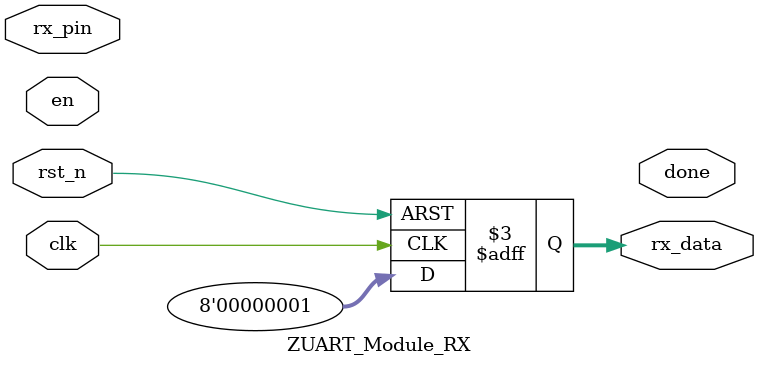
<source format=v>
`timescale 1ns / 1ps
module ZUART_Module_RX(
    input clk,
    input rst_n,
    input en,
    input rx_pin,
    output [7:0] rx_data,
    output done
    );

reg [7:0] rx_data;
always @(posedge clk or negedge rst_n)
if(!rst_n)
	rx_data<=8'd0;
else
	rx_data<=8'd1;
endmodule

</source>
